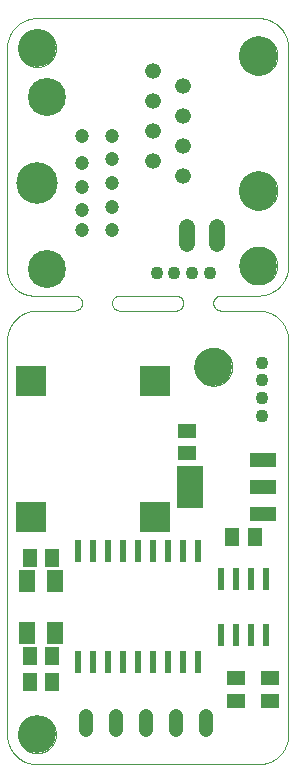
<source format=gts>
G75*
%MOIN*%
%OFA0B0*%
%FSLAX25Y25*%
%IPPOS*%
%LPD*%
%AMOC8*
5,1,8,0,0,1.08239X$1,22.5*
%
%ADD10C,0.00000*%
%ADD11C,0.12598*%
%ADD12R,0.05118X0.05906*%
%ADD13R,0.05906X0.05118*%
%ADD14R,0.08800X0.04800*%
%ADD15R,0.08661X0.14173*%
%ADD16R,0.05512X0.07480*%
%ADD17R,0.02200X0.07800*%
%ADD18C,0.04331*%
%ADD19R,0.09843X0.09843*%
%ADD20C,0.05250*%
%ADD21C,0.12800*%
%ADD22C,0.04724*%
%ADD23C,0.13843*%
%ADD24C,0.12661*%
%ADD25C,0.05400*%
%ADD26C,0.04800*%
D10*
X0066345Y0060183D02*
X0066345Y0191433D01*
X0075095Y0206433D02*
X0088845Y0206433D01*
X0088943Y0206431D01*
X0089041Y0206425D01*
X0089139Y0206416D01*
X0089236Y0206402D01*
X0089333Y0206385D01*
X0089429Y0206364D01*
X0089524Y0206339D01*
X0089618Y0206311D01*
X0089710Y0206278D01*
X0089802Y0206243D01*
X0089892Y0206203D01*
X0089980Y0206161D01*
X0090067Y0206114D01*
X0090151Y0206065D01*
X0090234Y0206012D01*
X0090314Y0205956D01*
X0090393Y0205896D01*
X0090469Y0205834D01*
X0090542Y0205769D01*
X0090613Y0205701D01*
X0090681Y0205630D01*
X0090746Y0205557D01*
X0090808Y0205481D01*
X0090868Y0205402D01*
X0090924Y0205322D01*
X0090977Y0205239D01*
X0091026Y0205155D01*
X0091073Y0205068D01*
X0091115Y0204980D01*
X0091155Y0204890D01*
X0091190Y0204798D01*
X0091223Y0204706D01*
X0091251Y0204612D01*
X0091276Y0204517D01*
X0091297Y0204421D01*
X0091314Y0204324D01*
X0091328Y0204227D01*
X0091337Y0204129D01*
X0091343Y0204031D01*
X0091345Y0203933D01*
X0091343Y0203835D01*
X0091337Y0203737D01*
X0091328Y0203639D01*
X0091314Y0203542D01*
X0091297Y0203445D01*
X0091276Y0203349D01*
X0091251Y0203254D01*
X0091223Y0203160D01*
X0091190Y0203068D01*
X0091155Y0202976D01*
X0091115Y0202886D01*
X0091073Y0202798D01*
X0091026Y0202711D01*
X0090977Y0202627D01*
X0090924Y0202544D01*
X0090868Y0202464D01*
X0090808Y0202385D01*
X0090746Y0202309D01*
X0090681Y0202236D01*
X0090613Y0202165D01*
X0090542Y0202097D01*
X0090469Y0202032D01*
X0090393Y0201970D01*
X0090314Y0201910D01*
X0090234Y0201854D01*
X0090151Y0201801D01*
X0090067Y0201752D01*
X0089980Y0201705D01*
X0089892Y0201663D01*
X0089802Y0201623D01*
X0089710Y0201588D01*
X0089618Y0201555D01*
X0089524Y0201527D01*
X0089429Y0201502D01*
X0089333Y0201481D01*
X0089236Y0201464D01*
X0089139Y0201450D01*
X0089041Y0201441D01*
X0088943Y0201435D01*
X0088845Y0201433D01*
X0076345Y0201433D01*
X0076103Y0201430D01*
X0075862Y0201421D01*
X0075621Y0201407D01*
X0075380Y0201386D01*
X0075140Y0201360D01*
X0074900Y0201328D01*
X0074661Y0201290D01*
X0074424Y0201247D01*
X0074187Y0201197D01*
X0073952Y0201142D01*
X0073718Y0201082D01*
X0073486Y0201015D01*
X0073255Y0200944D01*
X0073026Y0200866D01*
X0072799Y0200783D01*
X0072574Y0200695D01*
X0072351Y0200601D01*
X0072131Y0200502D01*
X0071913Y0200397D01*
X0071698Y0200288D01*
X0071485Y0200173D01*
X0071275Y0200053D01*
X0071069Y0199928D01*
X0070865Y0199798D01*
X0070664Y0199663D01*
X0070467Y0199523D01*
X0070273Y0199379D01*
X0070083Y0199230D01*
X0069897Y0199076D01*
X0069714Y0198918D01*
X0069535Y0198756D01*
X0069360Y0198589D01*
X0069189Y0198418D01*
X0069022Y0198243D01*
X0068860Y0198064D01*
X0068702Y0197881D01*
X0068548Y0197695D01*
X0068399Y0197505D01*
X0068255Y0197311D01*
X0068115Y0197114D01*
X0067980Y0196913D01*
X0067850Y0196709D01*
X0067725Y0196503D01*
X0067605Y0196293D01*
X0067490Y0196080D01*
X0067381Y0195865D01*
X0067276Y0195647D01*
X0067177Y0195427D01*
X0067083Y0195204D01*
X0066995Y0194979D01*
X0066912Y0194752D01*
X0066834Y0194523D01*
X0066763Y0194292D01*
X0066696Y0194060D01*
X0066636Y0193826D01*
X0066581Y0193591D01*
X0066531Y0193354D01*
X0066488Y0193117D01*
X0066450Y0192878D01*
X0066418Y0192638D01*
X0066392Y0192398D01*
X0066371Y0192157D01*
X0066357Y0191916D01*
X0066348Y0191675D01*
X0066345Y0191433D01*
X0066345Y0215183D02*
X0066345Y0288933D01*
X0066348Y0289175D01*
X0066357Y0289416D01*
X0066371Y0289657D01*
X0066392Y0289898D01*
X0066418Y0290138D01*
X0066450Y0290378D01*
X0066488Y0290617D01*
X0066531Y0290854D01*
X0066581Y0291091D01*
X0066636Y0291326D01*
X0066696Y0291560D01*
X0066763Y0291792D01*
X0066834Y0292023D01*
X0066912Y0292252D01*
X0066995Y0292479D01*
X0067083Y0292704D01*
X0067177Y0292927D01*
X0067276Y0293147D01*
X0067381Y0293365D01*
X0067490Y0293580D01*
X0067605Y0293793D01*
X0067725Y0294003D01*
X0067850Y0294209D01*
X0067980Y0294413D01*
X0068115Y0294614D01*
X0068255Y0294811D01*
X0068399Y0295005D01*
X0068548Y0295195D01*
X0068702Y0295381D01*
X0068860Y0295564D01*
X0069022Y0295743D01*
X0069189Y0295918D01*
X0069360Y0296089D01*
X0069535Y0296256D01*
X0069714Y0296418D01*
X0069897Y0296576D01*
X0070083Y0296730D01*
X0070273Y0296879D01*
X0070467Y0297023D01*
X0070664Y0297163D01*
X0070865Y0297298D01*
X0071069Y0297428D01*
X0071275Y0297553D01*
X0071485Y0297673D01*
X0071698Y0297788D01*
X0071913Y0297897D01*
X0072131Y0298002D01*
X0072351Y0298101D01*
X0072574Y0298195D01*
X0072799Y0298283D01*
X0073026Y0298366D01*
X0073255Y0298444D01*
X0073486Y0298515D01*
X0073718Y0298582D01*
X0073952Y0298642D01*
X0074187Y0298697D01*
X0074424Y0298747D01*
X0074661Y0298790D01*
X0074900Y0298828D01*
X0075140Y0298860D01*
X0075380Y0298886D01*
X0075621Y0298907D01*
X0075862Y0298921D01*
X0076103Y0298930D01*
X0076345Y0298933D01*
X0150095Y0298933D01*
X0150337Y0298930D01*
X0150578Y0298921D01*
X0150819Y0298907D01*
X0151060Y0298886D01*
X0151300Y0298860D01*
X0151540Y0298828D01*
X0151779Y0298790D01*
X0152016Y0298747D01*
X0152253Y0298697D01*
X0152488Y0298642D01*
X0152722Y0298582D01*
X0152954Y0298515D01*
X0153185Y0298444D01*
X0153414Y0298366D01*
X0153641Y0298283D01*
X0153866Y0298195D01*
X0154089Y0298101D01*
X0154309Y0298002D01*
X0154527Y0297897D01*
X0154742Y0297788D01*
X0154955Y0297673D01*
X0155165Y0297553D01*
X0155371Y0297428D01*
X0155575Y0297298D01*
X0155776Y0297163D01*
X0155973Y0297023D01*
X0156167Y0296879D01*
X0156357Y0296730D01*
X0156543Y0296576D01*
X0156726Y0296418D01*
X0156905Y0296256D01*
X0157080Y0296089D01*
X0157251Y0295918D01*
X0157418Y0295743D01*
X0157580Y0295564D01*
X0157738Y0295381D01*
X0157892Y0295195D01*
X0158041Y0295005D01*
X0158185Y0294811D01*
X0158325Y0294614D01*
X0158460Y0294413D01*
X0158590Y0294209D01*
X0158715Y0294003D01*
X0158835Y0293793D01*
X0158950Y0293580D01*
X0159059Y0293365D01*
X0159164Y0293147D01*
X0159263Y0292927D01*
X0159357Y0292704D01*
X0159445Y0292479D01*
X0159528Y0292252D01*
X0159606Y0292023D01*
X0159677Y0291792D01*
X0159744Y0291560D01*
X0159804Y0291326D01*
X0159859Y0291091D01*
X0159909Y0290854D01*
X0159952Y0290617D01*
X0159990Y0290378D01*
X0160022Y0290138D01*
X0160048Y0289898D01*
X0160069Y0289657D01*
X0160083Y0289416D01*
X0160092Y0289175D01*
X0160095Y0288933D01*
X0160095Y0216433D01*
X0160092Y0216191D01*
X0160083Y0215950D01*
X0160069Y0215709D01*
X0160048Y0215468D01*
X0160022Y0215228D01*
X0159990Y0214988D01*
X0159952Y0214749D01*
X0159909Y0214512D01*
X0159859Y0214275D01*
X0159804Y0214040D01*
X0159744Y0213806D01*
X0159677Y0213574D01*
X0159606Y0213343D01*
X0159528Y0213114D01*
X0159445Y0212887D01*
X0159357Y0212662D01*
X0159263Y0212439D01*
X0159164Y0212219D01*
X0159059Y0212001D01*
X0158950Y0211786D01*
X0158835Y0211573D01*
X0158715Y0211363D01*
X0158590Y0211157D01*
X0158460Y0210953D01*
X0158325Y0210752D01*
X0158185Y0210555D01*
X0158041Y0210361D01*
X0157892Y0210171D01*
X0157738Y0209985D01*
X0157580Y0209802D01*
X0157418Y0209623D01*
X0157251Y0209448D01*
X0157080Y0209277D01*
X0156905Y0209110D01*
X0156726Y0208948D01*
X0156543Y0208790D01*
X0156357Y0208636D01*
X0156167Y0208487D01*
X0155973Y0208343D01*
X0155776Y0208203D01*
X0155575Y0208068D01*
X0155371Y0207938D01*
X0155165Y0207813D01*
X0154955Y0207693D01*
X0154742Y0207578D01*
X0154527Y0207469D01*
X0154309Y0207364D01*
X0154089Y0207265D01*
X0153866Y0207171D01*
X0153641Y0207083D01*
X0153414Y0207000D01*
X0153185Y0206922D01*
X0152954Y0206851D01*
X0152722Y0206784D01*
X0152488Y0206724D01*
X0152253Y0206669D01*
X0152016Y0206619D01*
X0151779Y0206576D01*
X0151540Y0206538D01*
X0151300Y0206506D01*
X0151060Y0206480D01*
X0150819Y0206459D01*
X0150578Y0206445D01*
X0150337Y0206436D01*
X0150095Y0206433D01*
X0137595Y0206433D01*
X0137497Y0206431D01*
X0137399Y0206425D01*
X0137301Y0206416D01*
X0137204Y0206402D01*
X0137107Y0206385D01*
X0137011Y0206364D01*
X0136916Y0206339D01*
X0136822Y0206311D01*
X0136730Y0206278D01*
X0136638Y0206243D01*
X0136548Y0206203D01*
X0136460Y0206161D01*
X0136373Y0206114D01*
X0136289Y0206065D01*
X0136206Y0206012D01*
X0136126Y0205956D01*
X0136047Y0205896D01*
X0135971Y0205834D01*
X0135898Y0205769D01*
X0135827Y0205701D01*
X0135759Y0205630D01*
X0135694Y0205557D01*
X0135632Y0205481D01*
X0135572Y0205402D01*
X0135516Y0205322D01*
X0135463Y0205239D01*
X0135414Y0205155D01*
X0135367Y0205068D01*
X0135325Y0204980D01*
X0135285Y0204890D01*
X0135250Y0204798D01*
X0135217Y0204706D01*
X0135189Y0204612D01*
X0135164Y0204517D01*
X0135143Y0204421D01*
X0135126Y0204324D01*
X0135112Y0204227D01*
X0135103Y0204129D01*
X0135097Y0204031D01*
X0135095Y0203933D01*
X0135097Y0203835D01*
X0135103Y0203737D01*
X0135112Y0203639D01*
X0135126Y0203542D01*
X0135143Y0203445D01*
X0135164Y0203349D01*
X0135189Y0203254D01*
X0135217Y0203160D01*
X0135250Y0203068D01*
X0135285Y0202976D01*
X0135325Y0202886D01*
X0135367Y0202798D01*
X0135414Y0202711D01*
X0135463Y0202627D01*
X0135516Y0202544D01*
X0135572Y0202464D01*
X0135632Y0202385D01*
X0135694Y0202309D01*
X0135759Y0202236D01*
X0135827Y0202165D01*
X0135898Y0202097D01*
X0135971Y0202032D01*
X0136047Y0201970D01*
X0136126Y0201910D01*
X0136206Y0201854D01*
X0136289Y0201801D01*
X0136373Y0201752D01*
X0136460Y0201705D01*
X0136548Y0201663D01*
X0136638Y0201623D01*
X0136730Y0201588D01*
X0136822Y0201555D01*
X0136916Y0201527D01*
X0137011Y0201502D01*
X0137107Y0201481D01*
X0137204Y0201464D01*
X0137301Y0201450D01*
X0137399Y0201441D01*
X0137497Y0201435D01*
X0137595Y0201433D01*
X0150095Y0201433D01*
X0150337Y0201430D01*
X0150578Y0201421D01*
X0150819Y0201407D01*
X0151060Y0201386D01*
X0151300Y0201360D01*
X0151540Y0201328D01*
X0151779Y0201290D01*
X0152016Y0201247D01*
X0152253Y0201197D01*
X0152488Y0201142D01*
X0152722Y0201082D01*
X0152954Y0201015D01*
X0153185Y0200944D01*
X0153414Y0200866D01*
X0153641Y0200783D01*
X0153866Y0200695D01*
X0154089Y0200601D01*
X0154309Y0200502D01*
X0154527Y0200397D01*
X0154742Y0200288D01*
X0154955Y0200173D01*
X0155165Y0200053D01*
X0155371Y0199928D01*
X0155575Y0199798D01*
X0155776Y0199663D01*
X0155973Y0199523D01*
X0156167Y0199379D01*
X0156357Y0199230D01*
X0156543Y0199076D01*
X0156726Y0198918D01*
X0156905Y0198756D01*
X0157080Y0198589D01*
X0157251Y0198418D01*
X0157418Y0198243D01*
X0157580Y0198064D01*
X0157738Y0197881D01*
X0157892Y0197695D01*
X0158041Y0197505D01*
X0158185Y0197311D01*
X0158325Y0197114D01*
X0158460Y0196913D01*
X0158590Y0196709D01*
X0158715Y0196503D01*
X0158835Y0196293D01*
X0158950Y0196080D01*
X0159059Y0195865D01*
X0159164Y0195647D01*
X0159263Y0195427D01*
X0159357Y0195204D01*
X0159445Y0194979D01*
X0159528Y0194752D01*
X0159606Y0194523D01*
X0159677Y0194292D01*
X0159744Y0194060D01*
X0159804Y0193826D01*
X0159859Y0193591D01*
X0159909Y0193354D01*
X0159952Y0193117D01*
X0159990Y0192878D01*
X0160022Y0192638D01*
X0160048Y0192398D01*
X0160069Y0192157D01*
X0160083Y0191916D01*
X0160092Y0191675D01*
X0160095Y0191433D01*
X0160095Y0060183D01*
X0160092Y0059941D01*
X0160083Y0059700D01*
X0160069Y0059459D01*
X0160048Y0059218D01*
X0160022Y0058978D01*
X0159990Y0058738D01*
X0159952Y0058499D01*
X0159909Y0058262D01*
X0159859Y0058025D01*
X0159804Y0057790D01*
X0159744Y0057556D01*
X0159677Y0057324D01*
X0159606Y0057093D01*
X0159528Y0056864D01*
X0159445Y0056637D01*
X0159357Y0056412D01*
X0159263Y0056189D01*
X0159164Y0055969D01*
X0159059Y0055751D01*
X0158950Y0055536D01*
X0158835Y0055323D01*
X0158715Y0055113D01*
X0158590Y0054907D01*
X0158460Y0054703D01*
X0158325Y0054502D01*
X0158185Y0054305D01*
X0158041Y0054111D01*
X0157892Y0053921D01*
X0157738Y0053735D01*
X0157580Y0053552D01*
X0157418Y0053373D01*
X0157251Y0053198D01*
X0157080Y0053027D01*
X0156905Y0052860D01*
X0156726Y0052698D01*
X0156543Y0052540D01*
X0156357Y0052386D01*
X0156167Y0052237D01*
X0155973Y0052093D01*
X0155776Y0051953D01*
X0155575Y0051818D01*
X0155371Y0051688D01*
X0155165Y0051563D01*
X0154955Y0051443D01*
X0154742Y0051328D01*
X0154527Y0051219D01*
X0154309Y0051114D01*
X0154089Y0051015D01*
X0153866Y0050921D01*
X0153641Y0050833D01*
X0153414Y0050750D01*
X0153185Y0050672D01*
X0152954Y0050601D01*
X0152722Y0050534D01*
X0152488Y0050474D01*
X0152253Y0050419D01*
X0152016Y0050369D01*
X0151779Y0050326D01*
X0151540Y0050288D01*
X0151300Y0050256D01*
X0151060Y0050230D01*
X0150819Y0050209D01*
X0150578Y0050195D01*
X0150337Y0050186D01*
X0150095Y0050183D01*
X0076345Y0050183D01*
X0076103Y0050186D01*
X0075862Y0050195D01*
X0075621Y0050209D01*
X0075380Y0050230D01*
X0075140Y0050256D01*
X0074900Y0050288D01*
X0074661Y0050326D01*
X0074424Y0050369D01*
X0074187Y0050419D01*
X0073952Y0050474D01*
X0073718Y0050534D01*
X0073486Y0050601D01*
X0073255Y0050672D01*
X0073026Y0050750D01*
X0072799Y0050833D01*
X0072574Y0050921D01*
X0072351Y0051015D01*
X0072131Y0051114D01*
X0071913Y0051219D01*
X0071698Y0051328D01*
X0071485Y0051443D01*
X0071275Y0051563D01*
X0071069Y0051688D01*
X0070865Y0051818D01*
X0070664Y0051953D01*
X0070467Y0052093D01*
X0070273Y0052237D01*
X0070083Y0052386D01*
X0069897Y0052540D01*
X0069714Y0052698D01*
X0069535Y0052860D01*
X0069360Y0053027D01*
X0069189Y0053198D01*
X0069022Y0053373D01*
X0068860Y0053552D01*
X0068702Y0053735D01*
X0068548Y0053921D01*
X0068399Y0054111D01*
X0068255Y0054305D01*
X0068115Y0054502D01*
X0067980Y0054703D01*
X0067850Y0054907D01*
X0067725Y0055113D01*
X0067605Y0055323D01*
X0067490Y0055536D01*
X0067381Y0055751D01*
X0067276Y0055969D01*
X0067177Y0056189D01*
X0067083Y0056412D01*
X0066995Y0056637D01*
X0066912Y0056864D01*
X0066834Y0057093D01*
X0066763Y0057324D01*
X0066696Y0057556D01*
X0066636Y0057790D01*
X0066581Y0058025D01*
X0066531Y0058262D01*
X0066488Y0058499D01*
X0066450Y0058738D01*
X0066418Y0058978D01*
X0066392Y0059218D01*
X0066371Y0059459D01*
X0066357Y0059700D01*
X0066348Y0059941D01*
X0066345Y0060183D01*
X0070046Y0060183D02*
X0070048Y0060341D01*
X0070054Y0060499D01*
X0070064Y0060657D01*
X0070078Y0060815D01*
X0070096Y0060972D01*
X0070117Y0061129D01*
X0070143Y0061285D01*
X0070173Y0061441D01*
X0070206Y0061596D01*
X0070244Y0061749D01*
X0070285Y0061902D01*
X0070330Y0062054D01*
X0070379Y0062205D01*
X0070432Y0062354D01*
X0070488Y0062502D01*
X0070548Y0062648D01*
X0070612Y0062793D01*
X0070680Y0062936D01*
X0070751Y0063078D01*
X0070825Y0063218D01*
X0070903Y0063355D01*
X0070985Y0063491D01*
X0071069Y0063625D01*
X0071158Y0063756D01*
X0071249Y0063885D01*
X0071344Y0064012D01*
X0071441Y0064137D01*
X0071542Y0064259D01*
X0071646Y0064378D01*
X0071753Y0064495D01*
X0071863Y0064609D01*
X0071976Y0064720D01*
X0072091Y0064829D01*
X0072209Y0064934D01*
X0072330Y0065036D01*
X0072453Y0065136D01*
X0072579Y0065232D01*
X0072707Y0065325D01*
X0072837Y0065415D01*
X0072970Y0065501D01*
X0073105Y0065585D01*
X0073241Y0065664D01*
X0073380Y0065741D01*
X0073521Y0065813D01*
X0073663Y0065883D01*
X0073807Y0065948D01*
X0073953Y0066010D01*
X0074100Y0066068D01*
X0074249Y0066123D01*
X0074399Y0066174D01*
X0074550Y0066221D01*
X0074702Y0066264D01*
X0074855Y0066303D01*
X0075010Y0066339D01*
X0075165Y0066370D01*
X0075321Y0066398D01*
X0075477Y0066422D01*
X0075634Y0066442D01*
X0075792Y0066458D01*
X0075949Y0066470D01*
X0076108Y0066478D01*
X0076266Y0066482D01*
X0076424Y0066482D01*
X0076582Y0066478D01*
X0076741Y0066470D01*
X0076898Y0066458D01*
X0077056Y0066442D01*
X0077213Y0066422D01*
X0077369Y0066398D01*
X0077525Y0066370D01*
X0077680Y0066339D01*
X0077835Y0066303D01*
X0077988Y0066264D01*
X0078140Y0066221D01*
X0078291Y0066174D01*
X0078441Y0066123D01*
X0078590Y0066068D01*
X0078737Y0066010D01*
X0078883Y0065948D01*
X0079027Y0065883D01*
X0079169Y0065813D01*
X0079310Y0065741D01*
X0079449Y0065664D01*
X0079585Y0065585D01*
X0079720Y0065501D01*
X0079853Y0065415D01*
X0079983Y0065325D01*
X0080111Y0065232D01*
X0080237Y0065136D01*
X0080360Y0065036D01*
X0080481Y0064934D01*
X0080599Y0064829D01*
X0080714Y0064720D01*
X0080827Y0064609D01*
X0080937Y0064495D01*
X0081044Y0064378D01*
X0081148Y0064259D01*
X0081249Y0064137D01*
X0081346Y0064012D01*
X0081441Y0063885D01*
X0081532Y0063756D01*
X0081621Y0063625D01*
X0081705Y0063491D01*
X0081787Y0063355D01*
X0081865Y0063218D01*
X0081939Y0063078D01*
X0082010Y0062936D01*
X0082078Y0062793D01*
X0082142Y0062648D01*
X0082202Y0062502D01*
X0082258Y0062354D01*
X0082311Y0062205D01*
X0082360Y0062054D01*
X0082405Y0061902D01*
X0082446Y0061749D01*
X0082484Y0061596D01*
X0082517Y0061441D01*
X0082547Y0061285D01*
X0082573Y0061129D01*
X0082594Y0060972D01*
X0082612Y0060815D01*
X0082626Y0060657D01*
X0082636Y0060499D01*
X0082642Y0060341D01*
X0082644Y0060183D01*
X0082642Y0060025D01*
X0082636Y0059867D01*
X0082626Y0059709D01*
X0082612Y0059551D01*
X0082594Y0059394D01*
X0082573Y0059237D01*
X0082547Y0059081D01*
X0082517Y0058925D01*
X0082484Y0058770D01*
X0082446Y0058617D01*
X0082405Y0058464D01*
X0082360Y0058312D01*
X0082311Y0058161D01*
X0082258Y0058012D01*
X0082202Y0057864D01*
X0082142Y0057718D01*
X0082078Y0057573D01*
X0082010Y0057430D01*
X0081939Y0057288D01*
X0081865Y0057148D01*
X0081787Y0057011D01*
X0081705Y0056875D01*
X0081621Y0056741D01*
X0081532Y0056610D01*
X0081441Y0056481D01*
X0081346Y0056354D01*
X0081249Y0056229D01*
X0081148Y0056107D01*
X0081044Y0055988D01*
X0080937Y0055871D01*
X0080827Y0055757D01*
X0080714Y0055646D01*
X0080599Y0055537D01*
X0080481Y0055432D01*
X0080360Y0055330D01*
X0080237Y0055230D01*
X0080111Y0055134D01*
X0079983Y0055041D01*
X0079853Y0054951D01*
X0079720Y0054865D01*
X0079585Y0054781D01*
X0079449Y0054702D01*
X0079310Y0054625D01*
X0079169Y0054553D01*
X0079027Y0054483D01*
X0078883Y0054418D01*
X0078737Y0054356D01*
X0078590Y0054298D01*
X0078441Y0054243D01*
X0078291Y0054192D01*
X0078140Y0054145D01*
X0077988Y0054102D01*
X0077835Y0054063D01*
X0077680Y0054027D01*
X0077525Y0053996D01*
X0077369Y0053968D01*
X0077213Y0053944D01*
X0077056Y0053924D01*
X0076898Y0053908D01*
X0076741Y0053896D01*
X0076582Y0053888D01*
X0076424Y0053884D01*
X0076266Y0053884D01*
X0076108Y0053888D01*
X0075949Y0053896D01*
X0075792Y0053908D01*
X0075634Y0053924D01*
X0075477Y0053944D01*
X0075321Y0053968D01*
X0075165Y0053996D01*
X0075010Y0054027D01*
X0074855Y0054063D01*
X0074702Y0054102D01*
X0074550Y0054145D01*
X0074399Y0054192D01*
X0074249Y0054243D01*
X0074100Y0054298D01*
X0073953Y0054356D01*
X0073807Y0054418D01*
X0073663Y0054483D01*
X0073521Y0054553D01*
X0073380Y0054625D01*
X0073241Y0054702D01*
X0073105Y0054781D01*
X0072970Y0054865D01*
X0072837Y0054951D01*
X0072707Y0055041D01*
X0072579Y0055134D01*
X0072453Y0055230D01*
X0072330Y0055330D01*
X0072209Y0055432D01*
X0072091Y0055537D01*
X0071976Y0055646D01*
X0071863Y0055757D01*
X0071753Y0055871D01*
X0071646Y0055988D01*
X0071542Y0056107D01*
X0071441Y0056229D01*
X0071344Y0056354D01*
X0071249Y0056481D01*
X0071158Y0056610D01*
X0071069Y0056741D01*
X0070985Y0056875D01*
X0070903Y0057011D01*
X0070825Y0057148D01*
X0070751Y0057288D01*
X0070680Y0057430D01*
X0070612Y0057573D01*
X0070548Y0057718D01*
X0070488Y0057864D01*
X0070432Y0058012D01*
X0070379Y0058161D01*
X0070330Y0058312D01*
X0070285Y0058464D01*
X0070244Y0058617D01*
X0070206Y0058770D01*
X0070173Y0058925D01*
X0070143Y0059081D01*
X0070117Y0059237D01*
X0070096Y0059394D01*
X0070078Y0059551D01*
X0070064Y0059709D01*
X0070054Y0059867D01*
X0070048Y0060025D01*
X0070046Y0060183D01*
X0128796Y0182683D02*
X0128798Y0182841D01*
X0128804Y0182999D01*
X0128814Y0183157D01*
X0128828Y0183315D01*
X0128846Y0183472D01*
X0128867Y0183629D01*
X0128893Y0183785D01*
X0128923Y0183941D01*
X0128956Y0184096D01*
X0128994Y0184249D01*
X0129035Y0184402D01*
X0129080Y0184554D01*
X0129129Y0184705D01*
X0129182Y0184854D01*
X0129238Y0185002D01*
X0129298Y0185148D01*
X0129362Y0185293D01*
X0129430Y0185436D01*
X0129501Y0185578D01*
X0129575Y0185718D01*
X0129653Y0185855D01*
X0129735Y0185991D01*
X0129819Y0186125D01*
X0129908Y0186256D01*
X0129999Y0186385D01*
X0130094Y0186512D01*
X0130191Y0186637D01*
X0130292Y0186759D01*
X0130396Y0186878D01*
X0130503Y0186995D01*
X0130613Y0187109D01*
X0130726Y0187220D01*
X0130841Y0187329D01*
X0130959Y0187434D01*
X0131080Y0187536D01*
X0131203Y0187636D01*
X0131329Y0187732D01*
X0131457Y0187825D01*
X0131587Y0187915D01*
X0131720Y0188001D01*
X0131855Y0188085D01*
X0131991Y0188164D01*
X0132130Y0188241D01*
X0132271Y0188313D01*
X0132413Y0188383D01*
X0132557Y0188448D01*
X0132703Y0188510D01*
X0132850Y0188568D01*
X0132999Y0188623D01*
X0133149Y0188674D01*
X0133300Y0188721D01*
X0133452Y0188764D01*
X0133605Y0188803D01*
X0133760Y0188839D01*
X0133915Y0188870D01*
X0134071Y0188898D01*
X0134227Y0188922D01*
X0134384Y0188942D01*
X0134542Y0188958D01*
X0134699Y0188970D01*
X0134858Y0188978D01*
X0135016Y0188982D01*
X0135174Y0188982D01*
X0135332Y0188978D01*
X0135491Y0188970D01*
X0135648Y0188958D01*
X0135806Y0188942D01*
X0135963Y0188922D01*
X0136119Y0188898D01*
X0136275Y0188870D01*
X0136430Y0188839D01*
X0136585Y0188803D01*
X0136738Y0188764D01*
X0136890Y0188721D01*
X0137041Y0188674D01*
X0137191Y0188623D01*
X0137340Y0188568D01*
X0137487Y0188510D01*
X0137633Y0188448D01*
X0137777Y0188383D01*
X0137919Y0188313D01*
X0138060Y0188241D01*
X0138199Y0188164D01*
X0138335Y0188085D01*
X0138470Y0188001D01*
X0138603Y0187915D01*
X0138733Y0187825D01*
X0138861Y0187732D01*
X0138987Y0187636D01*
X0139110Y0187536D01*
X0139231Y0187434D01*
X0139349Y0187329D01*
X0139464Y0187220D01*
X0139577Y0187109D01*
X0139687Y0186995D01*
X0139794Y0186878D01*
X0139898Y0186759D01*
X0139999Y0186637D01*
X0140096Y0186512D01*
X0140191Y0186385D01*
X0140282Y0186256D01*
X0140371Y0186125D01*
X0140455Y0185991D01*
X0140537Y0185855D01*
X0140615Y0185718D01*
X0140689Y0185578D01*
X0140760Y0185436D01*
X0140828Y0185293D01*
X0140892Y0185148D01*
X0140952Y0185002D01*
X0141008Y0184854D01*
X0141061Y0184705D01*
X0141110Y0184554D01*
X0141155Y0184402D01*
X0141196Y0184249D01*
X0141234Y0184096D01*
X0141267Y0183941D01*
X0141297Y0183785D01*
X0141323Y0183629D01*
X0141344Y0183472D01*
X0141362Y0183315D01*
X0141376Y0183157D01*
X0141386Y0182999D01*
X0141392Y0182841D01*
X0141394Y0182683D01*
X0141392Y0182525D01*
X0141386Y0182367D01*
X0141376Y0182209D01*
X0141362Y0182051D01*
X0141344Y0181894D01*
X0141323Y0181737D01*
X0141297Y0181581D01*
X0141267Y0181425D01*
X0141234Y0181270D01*
X0141196Y0181117D01*
X0141155Y0180964D01*
X0141110Y0180812D01*
X0141061Y0180661D01*
X0141008Y0180512D01*
X0140952Y0180364D01*
X0140892Y0180218D01*
X0140828Y0180073D01*
X0140760Y0179930D01*
X0140689Y0179788D01*
X0140615Y0179648D01*
X0140537Y0179511D01*
X0140455Y0179375D01*
X0140371Y0179241D01*
X0140282Y0179110D01*
X0140191Y0178981D01*
X0140096Y0178854D01*
X0139999Y0178729D01*
X0139898Y0178607D01*
X0139794Y0178488D01*
X0139687Y0178371D01*
X0139577Y0178257D01*
X0139464Y0178146D01*
X0139349Y0178037D01*
X0139231Y0177932D01*
X0139110Y0177830D01*
X0138987Y0177730D01*
X0138861Y0177634D01*
X0138733Y0177541D01*
X0138603Y0177451D01*
X0138470Y0177365D01*
X0138335Y0177281D01*
X0138199Y0177202D01*
X0138060Y0177125D01*
X0137919Y0177053D01*
X0137777Y0176983D01*
X0137633Y0176918D01*
X0137487Y0176856D01*
X0137340Y0176798D01*
X0137191Y0176743D01*
X0137041Y0176692D01*
X0136890Y0176645D01*
X0136738Y0176602D01*
X0136585Y0176563D01*
X0136430Y0176527D01*
X0136275Y0176496D01*
X0136119Y0176468D01*
X0135963Y0176444D01*
X0135806Y0176424D01*
X0135648Y0176408D01*
X0135491Y0176396D01*
X0135332Y0176388D01*
X0135174Y0176384D01*
X0135016Y0176384D01*
X0134858Y0176388D01*
X0134699Y0176396D01*
X0134542Y0176408D01*
X0134384Y0176424D01*
X0134227Y0176444D01*
X0134071Y0176468D01*
X0133915Y0176496D01*
X0133760Y0176527D01*
X0133605Y0176563D01*
X0133452Y0176602D01*
X0133300Y0176645D01*
X0133149Y0176692D01*
X0132999Y0176743D01*
X0132850Y0176798D01*
X0132703Y0176856D01*
X0132557Y0176918D01*
X0132413Y0176983D01*
X0132271Y0177053D01*
X0132130Y0177125D01*
X0131991Y0177202D01*
X0131855Y0177281D01*
X0131720Y0177365D01*
X0131587Y0177451D01*
X0131457Y0177541D01*
X0131329Y0177634D01*
X0131203Y0177730D01*
X0131080Y0177830D01*
X0130959Y0177932D01*
X0130841Y0178037D01*
X0130726Y0178146D01*
X0130613Y0178257D01*
X0130503Y0178371D01*
X0130396Y0178488D01*
X0130292Y0178607D01*
X0130191Y0178729D01*
X0130094Y0178854D01*
X0129999Y0178981D01*
X0129908Y0179110D01*
X0129819Y0179241D01*
X0129735Y0179375D01*
X0129653Y0179511D01*
X0129575Y0179648D01*
X0129501Y0179788D01*
X0129430Y0179930D01*
X0129362Y0180073D01*
X0129298Y0180218D01*
X0129238Y0180364D01*
X0129182Y0180512D01*
X0129129Y0180661D01*
X0129080Y0180812D01*
X0129035Y0180964D01*
X0128994Y0181117D01*
X0128956Y0181270D01*
X0128923Y0181425D01*
X0128893Y0181581D01*
X0128867Y0181737D01*
X0128846Y0181894D01*
X0128828Y0182051D01*
X0128814Y0182209D01*
X0128804Y0182367D01*
X0128798Y0182525D01*
X0128796Y0182683D01*
X0122595Y0201433D02*
X0103845Y0201433D01*
X0103747Y0201435D01*
X0103649Y0201441D01*
X0103551Y0201450D01*
X0103454Y0201464D01*
X0103357Y0201481D01*
X0103261Y0201502D01*
X0103166Y0201527D01*
X0103072Y0201555D01*
X0102980Y0201588D01*
X0102888Y0201623D01*
X0102798Y0201663D01*
X0102710Y0201705D01*
X0102623Y0201752D01*
X0102539Y0201801D01*
X0102456Y0201854D01*
X0102376Y0201910D01*
X0102297Y0201970D01*
X0102221Y0202032D01*
X0102148Y0202097D01*
X0102077Y0202165D01*
X0102009Y0202236D01*
X0101944Y0202309D01*
X0101882Y0202385D01*
X0101822Y0202464D01*
X0101766Y0202544D01*
X0101713Y0202627D01*
X0101664Y0202711D01*
X0101617Y0202798D01*
X0101575Y0202886D01*
X0101535Y0202976D01*
X0101500Y0203068D01*
X0101467Y0203160D01*
X0101439Y0203254D01*
X0101414Y0203349D01*
X0101393Y0203445D01*
X0101376Y0203542D01*
X0101362Y0203639D01*
X0101353Y0203737D01*
X0101347Y0203835D01*
X0101345Y0203933D01*
X0101347Y0204031D01*
X0101353Y0204129D01*
X0101362Y0204227D01*
X0101376Y0204324D01*
X0101393Y0204421D01*
X0101414Y0204517D01*
X0101439Y0204612D01*
X0101467Y0204706D01*
X0101500Y0204798D01*
X0101535Y0204890D01*
X0101575Y0204980D01*
X0101617Y0205068D01*
X0101664Y0205155D01*
X0101713Y0205239D01*
X0101766Y0205322D01*
X0101822Y0205402D01*
X0101882Y0205481D01*
X0101944Y0205557D01*
X0102009Y0205630D01*
X0102077Y0205701D01*
X0102148Y0205769D01*
X0102221Y0205834D01*
X0102297Y0205896D01*
X0102376Y0205956D01*
X0102456Y0206012D01*
X0102539Y0206065D01*
X0102623Y0206114D01*
X0102710Y0206161D01*
X0102798Y0206203D01*
X0102888Y0206243D01*
X0102980Y0206278D01*
X0103072Y0206311D01*
X0103166Y0206339D01*
X0103261Y0206364D01*
X0103357Y0206385D01*
X0103454Y0206402D01*
X0103551Y0206416D01*
X0103649Y0206425D01*
X0103747Y0206431D01*
X0103845Y0206433D01*
X0122595Y0206433D01*
X0122693Y0206431D01*
X0122791Y0206425D01*
X0122889Y0206416D01*
X0122986Y0206402D01*
X0123083Y0206385D01*
X0123179Y0206364D01*
X0123274Y0206339D01*
X0123368Y0206311D01*
X0123460Y0206278D01*
X0123552Y0206243D01*
X0123642Y0206203D01*
X0123730Y0206161D01*
X0123817Y0206114D01*
X0123901Y0206065D01*
X0123984Y0206012D01*
X0124064Y0205956D01*
X0124143Y0205896D01*
X0124219Y0205834D01*
X0124292Y0205769D01*
X0124363Y0205701D01*
X0124431Y0205630D01*
X0124496Y0205557D01*
X0124558Y0205481D01*
X0124618Y0205402D01*
X0124674Y0205322D01*
X0124727Y0205239D01*
X0124776Y0205155D01*
X0124823Y0205068D01*
X0124865Y0204980D01*
X0124905Y0204890D01*
X0124940Y0204798D01*
X0124973Y0204706D01*
X0125001Y0204612D01*
X0125026Y0204517D01*
X0125047Y0204421D01*
X0125064Y0204324D01*
X0125078Y0204227D01*
X0125087Y0204129D01*
X0125093Y0204031D01*
X0125095Y0203933D01*
X0125093Y0203835D01*
X0125087Y0203737D01*
X0125078Y0203639D01*
X0125064Y0203542D01*
X0125047Y0203445D01*
X0125026Y0203349D01*
X0125001Y0203254D01*
X0124973Y0203160D01*
X0124940Y0203068D01*
X0124905Y0202976D01*
X0124865Y0202886D01*
X0124823Y0202798D01*
X0124776Y0202711D01*
X0124727Y0202627D01*
X0124674Y0202544D01*
X0124618Y0202464D01*
X0124558Y0202385D01*
X0124496Y0202309D01*
X0124431Y0202236D01*
X0124363Y0202165D01*
X0124292Y0202097D01*
X0124219Y0202032D01*
X0124143Y0201970D01*
X0124064Y0201910D01*
X0123984Y0201854D01*
X0123901Y0201801D01*
X0123817Y0201752D01*
X0123730Y0201705D01*
X0123642Y0201663D01*
X0123552Y0201623D01*
X0123460Y0201588D01*
X0123368Y0201555D01*
X0123274Y0201527D01*
X0123179Y0201502D01*
X0123083Y0201481D01*
X0122986Y0201464D01*
X0122889Y0201450D01*
X0122791Y0201441D01*
X0122693Y0201435D01*
X0122595Y0201433D01*
X0143796Y0216433D02*
X0143798Y0216591D01*
X0143804Y0216749D01*
X0143814Y0216907D01*
X0143828Y0217065D01*
X0143846Y0217222D01*
X0143867Y0217379D01*
X0143893Y0217535D01*
X0143923Y0217691D01*
X0143956Y0217846D01*
X0143994Y0217999D01*
X0144035Y0218152D01*
X0144080Y0218304D01*
X0144129Y0218455D01*
X0144182Y0218604D01*
X0144238Y0218752D01*
X0144298Y0218898D01*
X0144362Y0219043D01*
X0144430Y0219186D01*
X0144501Y0219328D01*
X0144575Y0219468D01*
X0144653Y0219605D01*
X0144735Y0219741D01*
X0144819Y0219875D01*
X0144908Y0220006D01*
X0144999Y0220135D01*
X0145094Y0220262D01*
X0145191Y0220387D01*
X0145292Y0220509D01*
X0145396Y0220628D01*
X0145503Y0220745D01*
X0145613Y0220859D01*
X0145726Y0220970D01*
X0145841Y0221079D01*
X0145959Y0221184D01*
X0146080Y0221286D01*
X0146203Y0221386D01*
X0146329Y0221482D01*
X0146457Y0221575D01*
X0146587Y0221665D01*
X0146720Y0221751D01*
X0146855Y0221835D01*
X0146991Y0221914D01*
X0147130Y0221991D01*
X0147271Y0222063D01*
X0147413Y0222133D01*
X0147557Y0222198D01*
X0147703Y0222260D01*
X0147850Y0222318D01*
X0147999Y0222373D01*
X0148149Y0222424D01*
X0148300Y0222471D01*
X0148452Y0222514D01*
X0148605Y0222553D01*
X0148760Y0222589D01*
X0148915Y0222620D01*
X0149071Y0222648D01*
X0149227Y0222672D01*
X0149384Y0222692D01*
X0149542Y0222708D01*
X0149699Y0222720D01*
X0149858Y0222728D01*
X0150016Y0222732D01*
X0150174Y0222732D01*
X0150332Y0222728D01*
X0150491Y0222720D01*
X0150648Y0222708D01*
X0150806Y0222692D01*
X0150963Y0222672D01*
X0151119Y0222648D01*
X0151275Y0222620D01*
X0151430Y0222589D01*
X0151585Y0222553D01*
X0151738Y0222514D01*
X0151890Y0222471D01*
X0152041Y0222424D01*
X0152191Y0222373D01*
X0152340Y0222318D01*
X0152487Y0222260D01*
X0152633Y0222198D01*
X0152777Y0222133D01*
X0152919Y0222063D01*
X0153060Y0221991D01*
X0153199Y0221914D01*
X0153335Y0221835D01*
X0153470Y0221751D01*
X0153603Y0221665D01*
X0153733Y0221575D01*
X0153861Y0221482D01*
X0153987Y0221386D01*
X0154110Y0221286D01*
X0154231Y0221184D01*
X0154349Y0221079D01*
X0154464Y0220970D01*
X0154577Y0220859D01*
X0154687Y0220745D01*
X0154794Y0220628D01*
X0154898Y0220509D01*
X0154999Y0220387D01*
X0155096Y0220262D01*
X0155191Y0220135D01*
X0155282Y0220006D01*
X0155371Y0219875D01*
X0155455Y0219741D01*
X0155537Y0219605D01*
X0155615Y0219468D01*
X0155689Y0219328D01*
X0155760Y0219186D01*
X0155828Y0219043D01*
X0155892Y0218898D01*
X0155952Y0218752D01*
X0156008Y0218604D01*
X0156061Y0218455D01*
X0156110Y0218304D01*
X0156155Y0218152D01*
X0156196Y0217999D01*
X0156234Y0217846D01*
X0156267Y0217691D01*
X0156297Y0217535D01*
X0156323Y0217379D01*
X0156344Y0217222D01*
X0156362Y0217065D01*
X0156376Y0216907D01*
X0156386Y0216749D01*
X0156392Y0216591D01*
X0156394Y0216433D01*
X0156392Y0216275D01*
X0156386Y0216117D01*
X0156376Y0215959D01*
X0156362Y0215801D01*
X0156344Y0215644D01*
X0156323Y0215487D01*
X0156297Y0215331D01*
X0156267Y0215175D01*
X0156234Y0215020D01*
X0156196Y0214867D01*
X0156155Y0214714D01*
X0156110Y0214562D01*
X0156061Y0214411D01*
X0156008Y0214262D01*
X0155952Y0214114D01*
X0155892Y0213968D01*
X0155828Y0213823D01*
X0155760Y0213680D01*
X0155689Y0213538D01*
X0155615Y0213398D01*
X0155537Y0213261D01*
X0155455Y0213125D01*
X0155371Y0212991D01*
X0155282Y0212860D01*
X0155191Y0212731D01*
X0155096Y0212604D01*
X0154999Y0212479D01*
X0154898Y0212357D01*
X0154794Y0212238D01*
X0154687Y0212121D01*
X0154577Y0212007D01*
X0154464Y0211896D01*
X0154349Y0211787D01*
X0154231Y0211682D01*
X0154110Y0211580D01*
X0153987Y0211480D01*
X0153861Y0211384D01*
X0153733Y0211291D01*
X0153603Y0211201D01*
X0153470Y0211115D01*
X0153335Y0211031D01*
X0153199Y0210952D01*
X0153060Y0210875D01*
X0152919Y0210803D01*
X0152777Y0210733D01*
X0152633Y0210668D01*
X0152487Y0210606D01*
X0152340Y0210548D01*
X0152191Y0210493D01*
X0152041Y0210442D01*
X0151890Y0210395D01*
X0151738Y0210352D01*
X0151585Y0210313D01*
X0151430Y0210277D01*
X0151275Y0210246D01*
X0151119Y0210218D01*
X0150963Y0210194D01*
X0150806Y0210174D01*
X0150648Y0210158D01*
X0150491Y0210146D01*
X0150332Y0210138D01*
X0150174Y0210134D01*
X0150016Y0210134D01*
X0149858Y0210138D01*
X0149699Y0210146D01*
X0149542Y0210158D01*
X0149384Y0210174D01*
X0149227Y0210194D01*
X0149071Y0210218D01*
X0148915Y0210246D01*
X0148760Y0210277D01*
X0148605Y0210313D01*
X0148452Y0210352D01*
X0148300Y0210395D01*
X0148149Y0210442D01*
X0147999Y0210493D01*
X0147850Y0210548D01*
X0147703Y0210606D01*
X0147557Y0210668D01*
X0147413Y0210733D01*
X0147271Y0210803D01*
X0147130Y0210875D01*
X0146991Y0210952D01*
X0146855Y0211031D01*
X0146720Y0211115D01*
X0146587Y0211201D01*
X0146457Y0211291D01*
X0146329Y0211384D01*
X0146203Y0211480D01*
X0146080Y0211580D01*
X0145959Y0211682D01*
X0145841Y0211787D01*
X0145726Y0211896D01*
X0145613Y0212007D01*
X0145503Y0212121D01*
X0145396Y0212238D01*
X0145292Y0212357D01*
X0145191Y0212479D01*
X0145094Y0212604D01*
X0144999Y0212731D01*
X0144908Y0212860D01*
X0144819Y0212991D01*
X0144735Y0213125D01*
X0144653Y0213261D01*
X0144575Y0213398D01*
X0144501Y0213538D01*
X0144430Y0213680D01*
X0144362Y0213823D01*
X0144298Y0213968D01*
X0144238Y0214114D01*
X0144182Y0214262D01*
X0144129Y0214411D01*
X0144080Y0214562D01*
X0144035Y0214714D01*
X0143994Y0214867D01*
X0143956Y0215020D01*
X0143923Y0215175D01*
X0143893Y0215331D01*
X0143867Y0215487D01*
X0143846Y0215644D01*
X0143828Y0215801D01*
X0143814Y0215959D01*
X0143804Y0216117D01*
X0143798Y0216275D01*
X0143796Y0216433D01*
X0143695Y0241433D02*
X0143697Y0241593D01*
X0143703Y0241752D01*
X0143713Y0241911D01*
X0143727Y0242070D01*
X0143745Y0242229D01*
X0143766Y0242387D01*
X0143792Y0242544D01*
X0143822Y0242701D01*
X0143855Y0242857D01*
X0143893Y0243012D01*
X0143934Y0243166D01*
X0143979Y0243319D01*
X0144028Y0243471D01*
X0144081Y0243622D01*
X0144137Y0243771D01*
X0144198Y0243919D01*
X0144261Y0244065D01*
X0144329Y0244210D01*
X0144400Y0244353D01*
X0144474Y0244494D01*
X0144552Y0244633D01*
X0144634Y0244770D01*
X0144719Y0244905D01*
X0144807Y0245038D01*
X0144899Y0245169D01*
X0144993Y0245297D01*
X0145091Y0245423D01*
X0145192Y0245547D01*
X0145296Y0245668D01*
X0145403Y0245786D01*
X0145513Y0245902D01*
X0145626Y0246015D01*
X0145742Y0246125D01*
X0145860Y0246232D01*
X0145981Y0246336D01*
X0146105Y0246437D01*
X0146231Y0246535D01*
X0146359Y0246629D01*
X0146490Y0246721D01*
X0146623Y0246809D01*
X0146758Y0246894D01*
X0146895Y0246976D01*
X0147034Y0247054D01*
X0147175Y0247128D01*
X0147318Y0247199D01*
X0147463Y0247267D01*
X0147609Y0247330D01*
X0147757Y0247391D01*
X0147906Y0247447D01*
X0148057Y0247500D01*
X0148209Y0247549D01*
X0148362Y0247594D01*
X0148516Y0247635D01*
X0148671Y0247673D01*
X0148827Y0247706D01*
X0148984Y0247736D01*
X0149141Y0247762D01*
X0149299Y0247783D01*
X0149458Y0247801D01*
X0149617Y0247815D01*
X0149776Y0247825D01*
X0149935Y0247831D01*
X0150095Y0247833D01*
X0150255Y0247831D01*
X0150414Y0247825D01*
X0150573Y0247815D01*
X0150732Y0247801D01*
X0150891Y0247783D01*
X0151049Y0247762D01*
X0151206Y0247736D01*
X0151363Y0247706D01*
X0151519Y0247673D01*
X0151674Y0247635D01*
X0151828Y0247594D01*
X0151981Y0247549D01*
X0152133Y0247500D01*
X0152284Y0247447D01*
X0152433Y0247391D01*
X0152581Y0247330D01*
X0152727Y0247267D01*
X0152872Y0247199D01*
X0153015Y0247128D01*
X0153156Y0247054D01*
X0153295Y0246976D01*
X0153432Y0246894D01*
X0153567Y0246809D01*
X0153700Y0246721D01*
X0153831Y0246629D01*
X0153959Y0246535D01*
X0154085Y0246437D01*
X0154209Y0246336D01*
X0154330Y0246232D01*
X0154448Y0246125D01*
X0154564Y0246015D01*
X0154677Y0245902D01*
X0154787Y0245786D01*
X0154894Y0245668D01*
X0154998Y0245547D01*
X0155099Y0245423D01*
X0155197Y0245297D01*
X0155291Y0245169D01*
X0155383Y0245038D01*
X0155471Y0244905D01*
X0155556Y0244770D01*
X0155638Y0244633D01*
X0155716Y0244494D01*
X0155790Y0244353D01*
X0155861Y0244210D01*
X0155929Y0244065D01*
X0155992Y0243919D01*
X0156053Y0243771D01*
X0156109Y0243622D01*
X0156162Y0243471D01*
X0156211Y0243319D01*
X0156256Y0243166D01*
X0156297Y0243012D01*
X0156335Y0242857D01*
X0156368Y0242701D01*
X0156398Y0242544D01*
X0156424Y0242387D01*
X0156445Y0242229D01*
X0156463Y0242070D01*
X0156477Y0241911D01*
X0156487Y0241752D01*
X0156493Y0241593D01*
X0156495Y0241433D01*
X0156493Y0241273D01*
X0156487Y0241114D01*
X0156477Y0240955D01*
X0156463Y0240796D01*
X0156445Y0240637D01*
X0156424Y0240479D01*
X0156398Y0240322D01*
X0156368Y0240165D01*
X0156335Y0240009D01*
X0156297Y0239854D01*
X0156256Y0239700D01*
X0156211Y0239547D01*
X0156162Y0239395D01*
X0156109Y0239244D01*
X0156053Y0239095D01*
X0155992Y0238947D01*
X0155929Y0238801D01*
X0155861Y0238656D01*
X0155790Y0238513D01*
X0155716Y0238372D01*
X0155638Y0238233D01*
X0155556Y0238096D01*
X0155471Y0237961D01*
X0155383Y0237828D01*
X0155291Y0237697D01*
X0155197Y0237569D01*
X0155099Y0237443D01*
X0154998Y0237319D01*
X0154894Y0237198D01*
X0154787Y0237080D01*
X0154677Y0236964D01*
X0154564Y0236851D01*
X0154448Y0236741D01*
X0154330Y0236634D01*
X0154209Y0236530D01*
X0154085Y0236429D01*
X0153959Y0236331D01*
X0153831Y0236237D01*
X0153700Y0236145D01*
X0153567Y0236057D01*
X0153432Y0235972D01*
X0153295Y0235890D01*
X0153156Y0235812D01*
X0153015Y0235738D01*
X0152872Y0235667D01*
X0152727Y0235599D01*
X0152581Y0235536D01*
X0152433Y0235475D01*
X0152284Y0235419D01*
X0152133Y0235366D01*
X0151981Y0235317D01*
X0151828Y0235272D01*
X0151674Y0235231D01*
X0151519Y0235193D01*
X0151363Y0235160D01*
X0151206Y0235130D01*
X0151049Y0235104D01*
X0150891Y0235083D01*
X0150732Y0235065D01*
X0150573Y0235051D01*
X0150414Y0235041D01*
X0150255Y0235035D01*
X0150095Y0235033D01*
X0149935Y0235035D01*
X0149776Y0235041D01*
X0149617Y0235051D01*
X0149458Y0235065D01*
X0149299Y0235083D01*
X0149141Y0235104D01*
X0148984Y0235130D01*
X0148827Y0235160D01*
X0148671Y0235193D01*
X0148516Y0235231D01*
X0148362Y0235272D01*
X0148209Y0235317D01*
X0148057Y0235366D01*
X0147906Y0235419D01*
X0147757Y0235475D01*
X0147609Y0235536D01*
X0147463Y0235599D01*
X0147318Y0235667D01*
X0147175Y0235738D01*
X0147034Y0235812D01*
X0146895Y0235890D01*
X0146758Y0235972D01*
X0146623Y0236057D01*
X0146490Y0236145D01*
X0146359Y0236237D01*
X0146231Y0236331D01*
X0146105Y0236429D01*
X0145981Y0236530D01*
X0145860Y0236634D01*
X0145742Y0236741D01*
X0145626Y0236851D01*
X0145513Y0236964D01*
X0145403Y0237080D01*
X0145296Y0237198D01*
X0145192Y0237319D01*
X0145091Y0237443D01*
X0144993Y0237569D01*
X0144899Y0237697D01*
X0144807Y0237828D01*
X0144719Y0237961D01*
X0144634Y0238096D01*
X0144552Y0238233D01*
X0144474Y0238372D01*
X0144400Y0238513D01*
X0144329Y0238656D01*
X0144261Y0238801D01*
X0144198Y0238947D01*
X0144137Y0239095D01*
X0144081Y0239244D01*
X0144028Y0239395D01*
X0143979Y0239547D01*
X0143934Y0239700D01*
X0143893Y0239854D01*
X0143855Y0240009D01*
X0143822Y0240165D01*
X0143792Y0240322D01*
X0143766Y0240479D01*
X0143745Y0240637D01*
X0143727Y0240796D01*
X0143713Y0240955D01*
X0143703Y0241114D01*
X0143697Y0241273D01*
X0143695Y0241433D01*
X0143695Y0286433D02*
X0143697Y0286593D01*
X0143703Y0286752D01*
X0143713Y0286911D01*
X0143727Y0287070D01*
X0143745Y0287229D01*
X0143766Y0287387D01*
X0143792Y0287544D01*
X0143822Y0287701D01*
X0143855Y0287857D01*
X0143893Y0288012D01*
X0143934Y0288166D01*
X0143979Y0288319D01*
X0144028Y0288471D01*
X0144081Y0288622D01*
X0144137Y0288771D01*
X0144198Y0288919D01*
X0144261Y0289065D01*
X0144329Y0289210D01*
X0144400Y0289353D01*
X0144474Y0289494D01*
X0144552Y0289633D01*
X0144634Y0289770D01*
X0144719Y0289905D01*
X0144807Y0290038D01*
X0144899Y0290169D01*
X0144993Y0290297D01*
X0145091Y0290423D01*
X0145192Y0290547D01*
X0145296Y0290668D01*
X0145403Y0290786D01*
X0145513Y0290902D01*
X0145626Y0291015D01*
X0145742Y0291125D01*
X0145860Y0291232D01*
X0145981Y0291336D01*
X0146105Y0291437D01*
X0146231Y0291535D01*
X0146359Y0291629D01*
X0146490Y0291721D01*
X0146623Y0291809D01*
X0146758Y0291894D01*
X0146895Y0291976D01*
X0147034Y0292054D01*
X0147175Y0292128D01*
X0147318Y0292199D01*
X0147463Y0292267D01*
X0147609Y0292330D01*
X0147757Y0292391D01*
X0147906Y0292447D01*
X0148057Y0292500D01*
X0148209Y0292549D01*
X0148362Y0292594D01*
X0148516Y0292635D01*
X0148671Y0292673D01*
X0148827Y0292706D01*
X0148984Y0292736D01*
X0149141Y0292762D01*
X0149299Y0292783D01*
X0149458Y0292801D01*
X0149617Y0292815D01*
X0149776Y0292825D01*
X0149935Y0292831D01*
X0150095Y0292833D01*
X0150255Y0292831D01*
X0150414Y0292825D01*
X0150573Y0292815D01*
X0150732Y0292801D01*
X0150891Y0292783D01*
X0151049Y0292762D01*
X0151206Y0292736D01*
X0151363Y0292706D01*
X0151519Y0292673D01*
X0151674Y0292635D01*
X0151828Y0292594D01*
X0151981Y0292549D01*
X0152133Y0292500D01*
X0152284Y0292447D01*
X0152433Y0292391D01*
X0152581Y0292330D01*
X0152727Y0292267D01*
X0152872Y0292199D01*
X0153015Y0292128D01*
X0153156Y0292054D01*
X0153295Y0291976D01*
X0153432Y0291894D01*
X0153567Y0291809D01*
X0153700Y0291721D01*
X0153831Y0291629D01*
X0153959Y0291535D01*
X0154085Y0291437D01*
X0154209Y0291336D01*
X0154330Y0291232D01*
X0154448Y0291125D01*
X0154564Y0291015D01*
X0154677Y0290902D01*
X0154787Y0290786D01*
X0154894Y0290668D01*
X0154998Y0290547D01*
X0155099Y0290423D01*
X0155197Y0290297D01*
X0155291Y0290169D01*
X0155383Y0290038D01*
X0155471Y0289905D01*
X0155556Y0289770D01*
X0155638Y0289633D01*
X0155716Y0289494D01*
X0155790Y0289353D01*
X0155861Y0289210D01*
X0155929Y0289065D01*
X0155992Y0288919D01*
X0156053Y0288771D01*
X0156109Y0288622D01*
X0156162Y0288471D01*
X0156211Y0288319D01*
X0156256Y0288166D01*
X0156297Y0288012D01*
X0156335Y0287857D01*
X0156368Y0287701D01*
X0156398Y0287544D01*
X0156424Y0287387D01*
X0156445Y0287229D01*
X0156463Y0287070D01*
X0156477Y0286911D01*
X0156487Y0286752D01*
X0156493Y0286593D01*
X0156495Y0286433D01*
X0156493Y0286273D01*
X0156487Y0286114D01*
X0156477Y0285955D01*
X0156463Y0285796D01*
X0156445Y0285637D01*
X0156424Y0285479D01*
X0156398Y0285322D01*
X0156368Y0285165D01*
X0156335Y0285009D01*
X0156297Y0284854D01*
X0156256Y0284700D01*
X0156211Y0284547D01*
X0156162Y0284395D01*
X0156109Y0284244D01*
X0156053Y0284095D01*
X0155992Y0283947D01*
X0155929Y0283801D01*
X0155861Y0283656D01*
X0155790Y0283513D01*
X0155716Y0283372D01*
X0155638Y0283233D01*
X0155556Y0283096D01*
X0155471Y0282961D01*
X0155383Y0282828D01*
X0155291Y0282697D01*
X0155197Y0282569D01*
X0155099Y0282443D01*
X0154998Y0282319D01*
X0154894Y0282198D01*
X0154787Y0282080D01*
X0154677Y0281964D01*
X0154564Y0281851D01*
X0154448Y0281741D01*
X0154330Y0281634D01*
X0154209Y0281530D01*
X0154085Y0281429D01*
X0153959Y0281331D01*
X0153831Y0281237D01*
X0153700Y0281145D01*
X0153567Y0281057D01*
X0153432Y0280972D01*
X0153295Y0280890D01*
X0153156Y0280812D01*
X0153015Y0280738D01*
X0152872Y0280667D01*
X0152727Y0280599D01*
X0152581Y0280536D01*
X0152433Y0280475D01*
X0152284Y0280419D01*
X0152133Y0280366D01*
X0151981Y0280317D01*
X0151828Y0280272D01*
X0151674Y0280231D01*
X0151519Y0280193D01*
X0151363Y0280160D01*
X0151206Y0280130D01*
X0151049Y0280104D01*
X0150891Y0280083D01*
X0150732Y0280065D01*
X0150573Y0280051D01*
X0150414Y0280041D01*
X0150255Y0280035D01*
X0150095Y0280033D01*
X0149935Y0280035D01*
X0149776Y0280041D01*
X0149617Y0280051D01*
X0149458Y0280065D01*
X0149299Y0280083D01*
X0149141Y0280104D01*
X0148984Y0280130D01*
X0148827Y0280160D01*
X0148671Y0280193D01*
X0148516Y0280231D01*
X0148362Y0280272D01*
X0148209Y0280317D01*
X0148057Y0280366D01*
X0147906Y0280419D01*
X0147757Y0280475D01*
X0147609Y0280536D01*
X0147463Y0280599D01*
X0147318Y0280667D01*
X0147175Y0280738D01*
X0147034Y0280812D01*
X0146895Y0280890D01*
X0146758Y0280972D01*
X0146623Y0281057D01*
X0146490Y0281145D01*
X0146359Y0281237D01*
X0146231Y0281331D01*
X0146105Y0281429D01*
X0145981Y0281530D01*
X0145860Y0281634D01*
X0145742Y0281741D01*
X0145626Y0281851D01*
X0145513Y0281964D01*
X0145403Y0282080D01*
X0145296Y0282198D01*
X0145192Y0282319D01*
X0145091Y0282443D01*
X0144993Y0282569D01*
X0144899Y0282697D01*
X0144807Y0282828D01*
X0144719Y0282961D01*
X0144634Y0283096D01*
X0144552Y0283233D01*
X0144474Y0283372D01*
X0144400Y0283513D01*
X0144329Y0283656D01*
X0144261Y0283801D01*
X0144198Y0283947D01*
X0144137Y0284095D01*
X0144081Y0284244D01*
X0144028Y0284395D01*
X0143979Y0284547D01*
X0143934Y0284700D01*
X0143893Y0284854D01*
X0143855Y0285009D01*
X0143822Y0285165D01*
X0143792Y0285322D01*
X0143766Y0285479D01*
X0143745Y0285637D01*
X0143727Y0285796D01*
X0143713Y0285955D01*
X0143703Y0286114D01*
X0143697Y0286273D01*
X0143695Y0286433D01*
X0070046Y0288933D02*
X0070048Y0289091D01*
X0070054Y0289249D01*
X0070064Y0289407D01*
X0070078Y0289565D01*
X0070096Y0289722D01*
X0070117Y0289879D01*
X0070143Y0290035D01*
X0070173Y0290191D01*
X0070206Y0290346D01*
X0070244Y0290499D01*
X0070285Y0290652D01*
X0070330Y0290804D01*
X0070379Y0290955D01*
X0070432Y0291104D01*
X0070488Y0291252D01*
X0070548Y0291398D01*
X0070612Y0291543D01*
X0070680Y0291686D01*
X0070751Y0291828D01*
X0070825Y0291968D01*
X0070903Y0292105D01*
X0070985Y0292241D01*
X0071069Y0292375D01*
X0071158Y0292506D01*
X0071249Y0292635D01*
X0071344Y0292762D01*
X0071441Y0292887D01*
X0071542Y0293009D01*
X0071646Y0293128D01*
X0071753Y0293245D01*
X0071863Y0293359D01*
X0071976Y0293470D01*
X0072091Y0293579D01*
X0072209Y0293684D01*
X0072330Y0293786D01*
X0072453Y0293886D01*
X0072579Y0293982D01*
X0072707Y0294075D01*
X0072837Y0294165D01*
X0072970Y0294251D01*
X0073105Y0294335D01*
X0073241Y0294414D01*
X0073380Y0294491D01*
X0073521Y0294563D01*
X0073663Y0294633D01*
X0073807Y0294698D01*
X0073953Y0294760D01*
X0074100Y0294818D01*
X0074249Y0294873D01*
X0074399Y0294924D01*
X0074550Y0294971D01*
X0074702Y0295014D01*
X0074855Y0295053D01*
X0075010Y0295089D01*
X0075165Y0295120D01*
X0075321Y0295148D01*
X0075477Y0295172D01*
X0075634Y0295192D01*
X0075792Y0295208D01*
X0075949Y0295220D01*
X0076108Y0295228D01*
X0076266Y0295232D01*
X0076424Y0295232D01*
X0076582Y0295228D01*
X0076741Y0295220D01*
X0076898Y0295208D01*
X0077056Y0295192D01*
X0077213Y0295172D01*
X0077369Y0295148D01*
X0077525Y0295120D01*
X0077680Y0295089D01*
X0077835Y0295053D01*
X0077988Y0295014D01*
X0078140Y0294971D01*
X0078291Y0294924D01*
X0078441Y0294873D01*
X0078590Y0294818D01*
X0078737Y0294760D01*
X0078883Y0294698D01*
X0079027Y0294633D01*
X0079169Y0294563D01*
X0079310Y0294491D01*
X0079449Y0294414D01*
X0079585Y0294335D01*
X0079720Y0294251D01*
X0079853Y0294165D01*
X0079983Y0294075D01*
X0080111Y0293982D01*
X0080237Y0293886D01*
X0080360Y0293786D01*
X0080481Y0293684D01*
X0080599Y0293579D01*
X0080714Y0293470D01*
X0080827Y0293359D01*
X0080937Y0293245D01*
X0081044Y0293128D01*
X0081148Y0293009D01*
X0081249Y0292887D01*
X0081346Y0292762D01*
X0081441Y0292635D01*
X0081532Y0292506D01*
X0081621Y0292375D01*
X0081705Y0292241D01*
X0081787Y0292105D01*
X0081865Y0291968D01*
X0081939Y0291828D01*
X0082010Y0291686D01*
X0082078Y0291543D01*
X0082142Y0291398D01*
X0082202Y0291252D01*
X0082258Y0291104D01*
X0082311Y0290955D01*
X0082360Y0290804D01*
X0082405Y0290652D01*
X0082446Y0290499D01*
X0082484Y0290346D01*
X0082517Y0290191D01*
X0082547Y0290035D01*
X0082573Y0289879D01*
X0082594Y0289722D01*
X0082612Y0289565D01*
X0082626Y0289407D01*
X0082636Y0289249D01*
X0082642Y0289091D01*
X0082644Y0288933D01*
X0082642Y0288775D01*
X0082636Y0288617D01*
X0082626Y0288459D01*
X0082612Y0288301D01*
X0082594Y0288144D01*
X0082573Y0287987D01*
X0082547Y0287831D01*
X0082517Y0287675D01*
X0082484Y0287520D01*
X0082446Y0287367D01*
X0082405Y0287214D01*
X0082360Y0287062D01*
X0082311Y0286911D01*
X0082258Y0286762D01*
X0082202Y0286614D01*
X0082142Y0286468D01*
X0082078Y0286323D01*
X0082010Y0286180D01*
X0081939Y0286038D01*
X0081865Y0285898D01*
X0081787Y0285761D01*
X0081705Y0285625D01*
X0081621Y0285491D01*
X0081532Y0285360D01*
X0081441Y0285231D01*
X0081346Y0285104D01*
X0081249Y0284979D01*
X0081148Y0284857D01*
X0081044Y0284738D01*
X0080937Y0284621D01*
X0080827Y0284507D01*
X0080714Y0284396D01*
X0080599Y0284287D01*
X0080481Y0284182D01*
X0080360Y0284080D01*
X0080237Y0283980D01*
X0080111Y0283884D01*
X0079983Y0283791D01*
X0079853Y0283701D01*
X0079720Y0283615D01*
X0079585Y0283531D01*
X0079449Y0283452D01*
X0079310Y0283375D01*
X0079169Y0283303D01*
X0079027Y0283233D01*
X0078883Y0283168D01*
X0078737Y0283106D01*
X0078590Y0283048D01*
X0078441Y0282993D01*
X0078291Y0282942D01*
X0078140Y0282895D01*
X0077988Y0282852D01*
X0077835Y0282813D01*
X0077680Y0282777D01*
X0077525Y0282746D01*
X0077369Y0282718D01*
X0077213Y0282694D01*
X0077056Y0282674D01*
X0076898Y0282658D01*
X0076741Y0282646D01*
X0076582Y0282638D01*
X0076424Y0282634D01*
X0076266Y0282634D01*
X0076108Y0282638D01*
X0075949Y0282646D01*
X0075792Y0282658D01*
X0075634Y0282674D01*
X0075477Y0282694D01*
X0075321Y0282718D01*
X0075165Y0282746D01*
X0075010Y0282777D01*
X0074855Y0282813D01*
X0074702Y0282852D01*
X0074550Y0282895D01*
X0074399Y0282942D01*
X0074249Y0282993D01*
X0074100Y0283048D01*
X0073953Y0283106D01*
X0073807Y0283168D01*
X0073663Y0283233D01*
X0073521Y0283303D01*
X0073380Y0283375D01*
X0073241Y0283452D01*
X0073105Y0283531D01*
X0072970Y0283615D01*
X0072837Y0283701D01*
X0072707Y0283791D01*
X0072579Y0283884D01*
X0072453Y0283980D01*
X0072330Y0284080D01*
X0072209Y0284182D01*
X0072091Y0284287D01*
X0071976Y0284396D01*
X0071863Y0284507D01*
X0071753Y0284621D01*
X0071646Y0284738D01*
X0071542Y0284857D01*
X0071441Y0284979D01*
X0071344Y0285104D01*
X0071249Y0285231D01*
X0071158Y0285360D01*
X0071069Y0285491D01*
X0070985Y0285625D01*
X0070903Y0285761D01*
X0070825Y0285898D01*
X0070751Y0286038D01*
X0070680Y0286180D01*
X0070612Y0286323D01*
X0070548Y0286468D01*
X0070488Y0286614D01*
X0070432Y0286762D01*
X0070379Y0286911D01*
X0070330Y0287062D01*
X0070285Y0287214D01*
X0070244Y0287367D01*
X0070206Y0287520D01*
X0070173Y0287675D01*
X0070143Y0287831D01*
X0070117Y0287987D01*
X0070096Y0288144D01*
X0070078Y0288301D01*
X0070064Y0288459D01*
X0070054Y0288617D01*
X0070048Y0288775D01*
X0070046Y0288933D01*
X0066345Y0215183D02*
X0066348Y0214972D01*
X0066355Y0214760D01*
X0066368Y0214549D01*
X0066386Y0214339D01*
X0066409Y0214128D01*
X0066437Y0213919D01*
X0066470Y0213710D01*
X0066508Y0213502D01*
X0066551Y0213295D01*
X0066599Y0213089D01*
X0066652Y0212884D01*
X0066710Y0212681D01*
X0066773Y0212479D01*
X0066841Y0212279D01*
X0066914Y0212080D01*
X0066991Y0211883D01*
X0067073Y0211689D01*
X0067160Y0211496D01*
X0067251Y0211305D01*
X0067347Y0211117D01*
X0067448Y0210931D01*
X0067553Y0210747D01*
X0067662Y0210566D01*
X0067776Y0210388D01*
X0067894Y0210212D01*
X0068016Y0210040D01*
X0068142Y0209870D01*
X0068273Y0209704D01*
X0068407Y0209541D01*
X0068546Y0209381D01*
X0068688Y0209224D01*
X0068834Y0209071D01*
X0068983Y0208922D01*
X0069136Y0208776D01*
X0069293Y0208634D01*
X0069453Y0208495D01*
X0069616Y0208361D01*
X0069782Y0208230D01*
X0069952Y0208104D01*
X0070124Y0207982D01*
X0070300Y0207864D01*
X0070478Y0207750D01*
X0070659Y0207641D01*
X0070843Y0207536D01*
X0071029Y0207435D01*
X0071217Y0207339D01*
X0071408Y0207248D01*
X0071601Y0207161D01*
X0071795Y0207079D01*
X0071992Y0207002D01*
X0072191Y0206929D01*
X0072391Y0206861D01*
X0072593Y0206798D01*
X0072796Y0206740D01*
X0073001Y0206687D01*
X0073207Y0206639D01*
X0073414Y0206596D01*
X0073622Y0206558D01*
X0073831Y0206525D01*
X0074040Y0206497D01*
X0074251Y0206474D01*
X0074461Y0206456D01*
X0074672Y0206443D01*
X0074884Y0206436D01*
X0075095Y0206433D01*
D11*
X0076345Y0288933D03*
X0150095Y0216433D03*
X0135095Y0182683D03*
X0076345Y0060183D03*
D12*
X0073855Y0077683D03*
X0073855Y0086433D03*
X0081335Y0086433D03*
X0081335Y0077683D03*
X0081335Y0118933D03*
X0073855Y0118933D03*
X0141355Y0125808D03*
X0148835Y0125808D03*
D13*
X0126345Y0153943D03*
X0126345Y0161423D03*
X0142595Y0078923D03*
X0142595Y0071443D03*
X0153845Y0071443D03*
X0153845Y0078923D03*
D14*
X0151670Y0133583D03*
X0151670Y0142683D03*
X0151670Y0151783D03*
D15*
X0127269Y0142683D03*
D16*
X0082320Y0111344D03*
X0072871Y0111344D03*
X0072871Y0094022D03*
X0082320Y0094022D03*
D17*
X0090095Y0084183D03*
X0095095Y0084183D03*
X0100095Y0084183D03*
X0105095Y0084183D03*
X0110095Y0084183D03*
X0115095Y0084183D03*
X0120095Y0084183D03*
X0125095Y0084183D03*
X0130095Y0084183D03*
X0137595Y0093383D03*
X0142595Y0093383D03*
X0147595Y0093383D03*
X0152595Y0093383D03*
X0152595Y0111983D03*
X0147595Y0111983D03*
X0142595Y0111983D03*
X0137595Y0111983D03*
X0130095Y0121183D03*
X0125095Y0121183D03*
X0120095Y0121183D03*
X0115095Y0121183D03*
X0110095Y0121183D03*
X0105095Y0121183D03*
X0100095Y0121183D03*
X0095095Y0121183D03*
X0090095Y0121183D03*
D18*
X0151345Y0166325D03*
X0151345Y0172230D03*
X0151345Y0178136D03*
X0151345Y0184041D03*
X0133953Y0213933D03*
X0128048Y0213933D03*
X0122142Y0213933D03*
X0116237Y0213933D03*
D19*
X0115764Y0177821D03*
X0115764Y0132545D03*
X0074426Y0132545D03*
X0074426Y0177821D03*
D20*
X0115095Y0251433D03*
X0115095Y0261433D03*
X0115095Y0271433D03*
X0115095Y0281433D03*
X0125095Y0276433D03*
X0125095Y0266433D03*
X0125095Y0256433D03*
X0125095Y0246433D03*
D21*
X0150095Y0241433D03*
X0150095Y0286433D03*
D22*
X0101266Y0259484D03*
X0101266Y0251807D03*
X0101266Y0243933D03*
X0101266Y0236059D03*
X0101266Y0228382D03*
X0091424Y0228382D03*
X0091424Y0234878D03*
X0091424Y0242752D03*
X0091424Y0250626D03*
X0091424Y0259484D03*
D23*
X0076463Y0243933D03*
D24*
X0079613Y0215390D03*
X0079613Y0272476D03*
D25*
X0126345Y0229133D02*
X0126345Y0223733D01*
X0136345Y0223733D02*
X0136345Y0229133D01*
D26*
X0132595Y0066333D02*
X0132595Y0061533D01*
X0122595Y0061533D02*
X0122595Y0066333D01*
X0112595Y0066333D02*
X0112595Y0061533D01*
X0102595Y0061533D02*
X0102595Y0066333D01*
X0092595Y0066333D02*
X0092595Y0061533D01*
M02*

</source>
